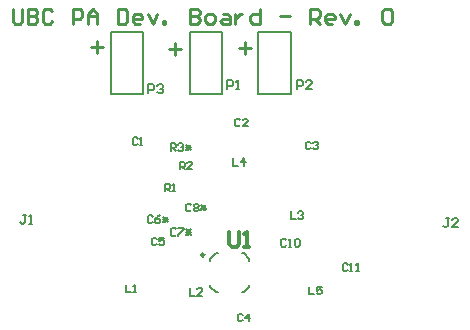
<source format=gto>
G04 Layer_Color=65535*
%FSLAX23Y23*%
%MOIN*%
G70*
G01*
G75*
%ADD22C,0.010*%
%ADD29C,0.010*%
%ADD30C,0.008*%
%ADD31C,0.006*%
%ADD32C,0.008*%
%ADD33C,0.012*%
%ADD34C,0.006*%
%ADD35C,0.007*%
%ADD36C,0.009*%
D22*
X1753Y2771D02*
X1793D01*
X1773Y2791D02*
Y2751D01*
X2013Y2767D02*
X2053D01*
X2033Y2787D02*
Y2747D01*
X2244Y2769D02*
X2284D01*
X2264Y2789D02*
Y2749D01*
D29*
X2129Y2079D02*
G03*
X2129Y2079I-5J0D01*
G01*
D30*
X2082Y2615D02*
X2188D01*
X2082D02*
Y2822D01*
X2188D01*
Y2615D02*
Y2822D01*
X1819Y2615D02*
X1926D01*
X1819D02*
Y2822D01*
X1926D01*
Y2615D02*
Y2822D01*
X2309Y2615D02*
X2417D01*
X2309D02*
Y2822D01*
X2417D01*
Y2615D02*
Y2822D01*
D31*
X2149Y1972D02*
X2167Y1955D01*
X2261D02*
X2279Y1972D01*
X2261Y2085D02*
X2279Y2067D01*
X2149D02*
X2167Y2085D01*
Y1955D02*
X2175D01*
X2149Y1972D02*
Y1980D01*
X2254Y1955D02*
X2261D01*
X2279Y1972D02*
Y1980D01*
Y2059D02*
Y2067D01*
X2254Y2085D02*
X2261D01*
X2167D02*
X2175D01*
X2149Y2059D02*
Y2067D01*
D32*
X1942Y2618D02*
Y2648D01*
X1957D01*
X1962Y2643D01*
Y2633D01*
X1957Y2628D01*
X1942D01*
X1972Y2643D02*
X1977Y2648D01*
X1987D01*
X1992Y2643D01*
Y2638D01*
X1987Y2633D01*
X1982D01*
X1987D01*
X1992Y2628D01*
Y2623D01*
X1987Y2618D01*
X1977D01*
X1972Y2623D01*
X2206Y2632D02*
Y2662D01*
X2221D01*
X2226Y2657D01*
Y2647D01*
X2221Y2642D01*
X2206D01*
X2236Y2632D02*
X2246D01*
X2241D01*
Y2662D01*
X2236Y2657D01*
X2437Y2632D02*
Y2662D01*
X2452D01*
X2457Y2657D01*
Y2647D01*
X2452Y2642D01*
X2437D01*
X2487Y2632D02*
X2467D01*
X2487Y2652D01*
Y2657D01*
X2482Y2662D01*
X2472D01*
X2467Y2657D01*
D33*
X2212Y2156D02*
Y2114D01*
X2220Y2106D01*
X2237D01*
X2245Y2114D01*
Y2156D01*
X2262Y2106D02*
X2279D01*
X2270D01*
Y2156D01*
X2262Y2148D01*
D34*
X2047Y2365D02*
Y2390D01*
X2059D01*
X2064Y2386D01*
Y2377D01*
X2059Y2373D01*
X2047D01*
X2055D02*
X2064Y2365D01*
X2089D02*
X2072D01*
X2089Y2382D01*
Y2386D01*
X2084Y2390D01*
X2076D01*
X2072Y2386D01*
X1998Y2291D02*
Y2316D01*
X2010D01*
X2015Y2312D01*
Y2303D01*
X2010Y2299D01*
X1998D01*
X2006D02*
X2015Y2291D01*
X2023D02*
X2031D01*
X2027D01*
Y2316D01*
X2023Y2312D01*
X2479Y1973D02*
Y1948D01*
X2496D01*
X2521Y1973D02*
X2504D01*
Y1960D01*
X2512Y1965D01*
X2516D01*
X2521Y1960D01*
Y1952D01*
X2516Y1948D01*
X2508D01*
X2504Y1952D01*
X2225Y2402D02*
Y2377D01*
X2242D01*
X2262D02*
Y2402D01*
X2250Y2389D01*
X2267D01*
X2417Y2224D02*
Y2199D01*
X2434D01*
X2442Y2220D02*
X2446Y2224D01*
X2454D01*
X2459Y2220D01*
Y2216D01*
X2454Y2211D01*
X2450D01*
X2454D01*
X2459Y2207D01*
Y2203D01*
X2454Y2199D01*
X2446D01*
X2442Y2203D01*
X2080Y1968D02*
Y1943D01*
X2097D01*
X2122D02*
X2105D01*
X2122Y1960D01*
Y1964D01*
X2117Y1968D01*
X2109D01*
X2105Y1964D01*
X1868Y1979D02*
Y1954D01*
X1885D01*
X1893D02*
X1901D01*
X1897D01*
Y1979D01*
X1893Y1975D01*
X2607Y2047D02*
X2602Y2051D01*
X2594D01*
X2590Y2047D01*
Y2030D01*
X2594Y2026D01*
X2602D01*
X2607Y2030D01*
X2615Y2026D02*
X2623D01*
X2619D01*
Y2051D01*
X2615Y2047D01*
X2636Y2026D02*
X2644D01*
X2640D01*
Y2051D01*
X2636Y2047D01*
X2402Y2128D02*
X2397Y2132D01*
X2389D01*
X2385Y2128D01*
Y2111D01*
X2389Y2107D01*
X2397D01*
X2402Y2111D01*
X2410Y2107D02*
X2418D01*
X2414D01*
Y2132D01*
X2410Y2128D01*
X2431D02*
X2435Y2132D01*
X2443D01*
X2447Y2128D01*
Y2111D01*
X2443Y2107D01*
X2435D01*
X2431Y2111D01*
Y2128D01*
X1971Y2133D02*
X1966Y2137D01*
X1958D01*
X1954Y2133D01*
Y2116D01*
X1958Y2112D01*
X1966D01*
X1971Y2116D01*
X1996Y2137D02*
X1979D01*
Y2124D01*
X1987Y2129D01*
X1991D01*
X1996Y2124D01*
Y2116D01*
X1991Y2112D01*
X1983D01*
X1979Y2116D01*
X2257Y1879D02*
X2252Y1883D01*
X2244D01*
X2240Y1879D01*
Y1862D01*
X2244Y1858D01*
X2252D01*
X2257Y1862D01*
X2277Y1858D02*
Y1883D01*
X2265Y1870D01*
X2282D01*
X2484Y2453D02*
X2479Y2457D01*
X2471D01*
X2467Y2453D01*
Y2436D01*
X2471Y2432D01*
X2479D01*
X2484Y2436D01*
X2492Y2453D02*
X2496Y2457D01*
X2504D01*
X2509Y2453D01*
Y2449D01*
X2504Y2444D01*
X2500D01*
X2504D01*
X2509Y2440D01*
Y2436D01*
X2504Y2432D01*
X2496D01*
X2492Y2436D01*
X2249Y2529D02*
X2244Y2533D01*
X2236D01*
X2232Y2529D01*
Y2512D01*
X2236Y2508D01*
X2244D01*
X2249Y2512D01*
X2274Y2508D02*
X2257D01*
X2274Y2525D01*
Y2529D01*
X2269Y2533D01*
X2261D01*
X2257Y2529D01*
X1907Y2467D02*
X1902Y2471D01*
X1894D01*
X1890Y2467D01*
Y2450D01*
X1894Y2446D01*
X1902D01*
X1907Y2450D01*
X1915Y2446D02*
X1923D01*
X1919D01*
Y2471D01*
X1915Y2467D01*
X1957Y2207D02*
X1952Y2211D01*
X1944D01*
X1940Y2207D01*
Y2190D01*
X1944Y2186D01*
X1952D01*
X1957Y2190D01*
X1982Y2211D02*
X1973Y2207D01*
X1965Y2198D01*
Y2190D01*
X1969Y2186D01*
X1977D01*
X1982Y2190D01*
Y2194D01*
X1977Y2198D01*
X1965D01*
X1990Y2207D02*
X2007Y2190D01*
X1990D02*
X2007Y2207D01*
X1990Y2198D02*
X2007D01*
X1998Y2190D02*
Y2207D01*
X2035Y2164D02*
X2030Y2168D01*
X2022D01*
X2018Y2164D01*
Y2147D01*
X2022Y2143D01*
X2030D01*
X2035Y2147D01*
X2043Y2168D02*
X2060D01*
Y2164D01*
X2043Y2147D01*
Y2143D01*
X2068Y2164D02*
X2085Y2147D01*
X2068D02*
X2085Y2164D01*
X2068Y2155D02*
X2085D01*
X2076Y2147D02*
Y2164D01*
X2086Y2246D02*
X2081Y2250D01*
X2073D01*
X2069Y2246D01*
Y2229D01*
X2073Y2225D01*
X2081D01*
X2086Y2229D01*
X2094Y2246D02*
X2098Y2250D01*
X2106D01*
X2111Y2246D01*
Y2242D01*
X2106Y2237D01*
X2111Y2233D01*
Y2229D01*
X2106Y2225D01*
X2098D01*
X2094Y2229D01*
Y2233D01*
X2098Y2237D01*
X2094Y2242D01*
Y2246D01*
X2098Y2237D02*
X2106D01*
X2119Y2246D02*
X2136Y2229D01*
X2119D02*
X2136Y2246D01*
X2119Y2237D02*
X2136D01*
X2127Y2229D02*
Y2246D01*
X2017Y2426D02*
Y2451D01*
X2029D01*
X2034Y2447D01*
Y2438D01*
X2029Y2434D01*
X2017D01*
X2025D02*
X2034Y2426D01*
X2042Y2447D02*
X2046Y2451D01*
X2054D01*
X2059Y2447D01*
Y2443D01*
X2054Y2438D01*
X2050D01*
X2054D01*
X2059Y2434D01*
Y2430D01*
X2054Y2426D01*
X2046D01*
X2042Y2430D01*
X2067Y2447D02*
X2084Y2430D01*
X2067D02*
X2084Y2447D01*
X2067Y2438D02*
X2084D01*
X2075Y2430D02*
Y2447D01*
D35*
X2945Y2201D02*
X2935D01*
X2940D01*
Y2176D01*
X2935Y2171D01*
X2930D01*
X2925Y2176D01*
X2975Y2171D02*
X2955D01*
X2975Y2191D01*
Y2196D01*
X2970Y2201D01*
X2960D01*
X2955Y2196D01*
X1536Y2213D02*
X1526D01*
X1531D01*
Y2188D01*
X1526Y2183D01*
X1521D01*
X1516Y2188D01*
X1546Y2183D02*
X1556D01*
X1551D01*
Y2213D01*
X1546Y2208D01*
D36*
X1490Y2900D02*
Y2858D01*
X1498Y2850D01*
X1515D01*
X1523Y2858D01*
Y2900D01*
X1540D02*
Y2850D01*
X1565D01*
X1573Y2858D01*
Y2867D01*
X1565Y2875D01*
X1540D01*
X1565D01*
X1573Y2883D01*
Y2892D01*
X1565Y2900D01*
X1540D01*
X1623Y2892D02*
X1615Y2900D01*
X1598D01*
X1590Y2892D01*
Y2858D01*
X1598Y2850D01*
X1615D01*
X1623Y2858D01*
X1690Y2850D02*
Y2900D01*
X1715D01*
X1723Y2892D01*
Y2875D01*
X1715Y2867D01*
X1690D01*
X1740Y2850D02*
Y2883D01*
X1757Y2900D01*
X1773Y2883D01*
Y2850D01*
Y2875D01*
X1740D01*
X1840Y2900D02*
Y2850D01*
X1865D01*
X1873Y2858D01*
Y2892D01*
X1865Y2900D01*
X1840D01*
X1915Y2850D02*
X1898D01*
X1890Y2858D01*
Y2875D01*
X1898Y2883D01*
X1915D01*
X1923Y2875D01*
Y2867D01*
X1890D01*
X1940Y2883D02*
X1957Y2850D01*
X1973Y2883D01*
X1990Y2850D02*
Y2858D01*
X1998D01*
Y2850D01*
X1990D01*
X2081Y2900D02*
Y2850D01*
X2106D01*
X2115Y2858D01*
Y2867D01*
X2106Y2875D01*
X2081D01*
X2106D01*
X2115Y2883D01*
Y2892D01*
X2106Y2900D01*
X2081D01*
X2140Y2850D02*
X2156D01*
X2165Y2858D01*
Y2875D01*
X2156Y2883D01*
X2140D01*
X2131Y2875D01*
Y2858D01*
X2140Y2850D01*
X2190Y2883D02*
X2206D01*
X2215Y2875D01*
Y2850D01*
X2190D01*
X2181Y2858D01*
X2190Y2867D01*
X2215D01*
X2231Y2883D02*
Y2850D01*
Y2867D01*
X2240Y2875D01*
X2248Y2883D01*
X2256D01*
X2315Y2900D02*
Y2850D01*
X2290D01*
X2281Y2858D01*
Y2875D01*
X2290Y2883D01*
X2315D01*
X2381Y2875D02*
X2415D01*
X2481Y2850D02*
Y2900D01*
X2506D01*
X2515Y2892D01*
Y2875D01*
X2506Y2867D01*
X2481D01*
X2498D02*
X2515Y2850D01*
X2556D02*
X2540D01*
X2531Y2858D01*
Y2875D01*
X2540Y2883D01*
X2556D01*
X2565Y2875D01*
Y2867D01*
X2531D01*
X2581Y2883D02*
X2598Y2850D01*
X2615Y2883D01*
X2631Y2850D02*
Y2858D01*
X2640D01*
Y2850D01*
X2631D01*
X2723Y2892D02*
X2731Y2900D01*
X2748D01*
X2756Y2892D01*
Y2858D01*
X2748Y2850D01*
X2731D01*
X2723Y2858D01*
Y2892D01*
M02*

</source>
